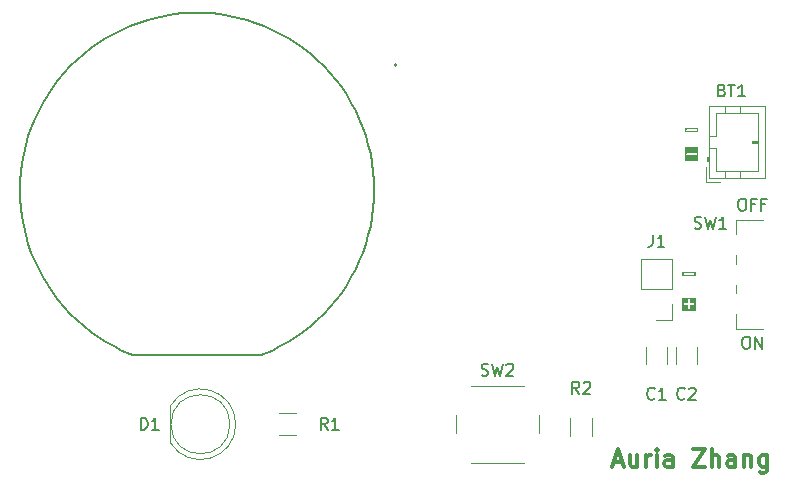
<source format=gbr>
%TF.GenerationSoftware,KiCad,Pcbnew,8.0.8*%
%TF.CreationDate,2025-02-27T22:43:43-08:00*%
%TF.ProjectId,display_pcb,64697370-6c61-4795-9f70-63622e6b6963,rev?*%
%TF.SameCoordinates,Original*%
%TF.FileFunction,Legend,Top*%
%TF.FilePolarity,Positive*%
%FSLAX46Y46*%
G04 Gerber Fmt 4.6, Leading zero omitted, Abs format (unit mm)*
G04 Created by KiCad (PCBNEW 8.0.8) date 2025-02-27 22:43:43*
%MOMM*%
%LPD*%
G01*
G04 APERTURE LIST*
%ADD10C,0.150000*%
%ADD11C,0.300000*%
%ADD12C,0.120000*%
%ADD13C,0.203200*%
%ADD14C,0.200000*%
G04 APERTURE END LIST*
D10*
X173032452Y-104992819D02*
X173222928Y-104992819D01*
X173222928Y-104992819D02*
X173318166Y-105040438D01*
X173318166Y-105040438D02*
X173413404Y-105135676D01*
X173413404Y-105135676D02*
X173461023Y-105326152D01*
X173461023Y-105326152D02*
X173461023Y-105659485D01*
X173461023Y-105659485D02*
X173413404Y-105849961D01*
X173413404Y-105849961D02*
X173318166Y-105945200D01*
X173318166Y-105945200D02*
X173222928Y-105992819D01*
X173222928Y-105992819D02*
X173032452Y-105992819D01*
X173032452Y-105992819D02*
X172937214Y-105945200D01*
X172937214Y-105945200D02*
X172841976Y-105849961D01*
X172841976Y-105849961D02*
X172794357Y-105659485D01*
X172794357Y-105659485D02*
X172794357Y-105326152D01*
X172794357Y-105326152D02*
X172841976Y-105135676D01*
X172841976Y-105135676D02*
X172937214Y-105040438D01*
X172937214Y-105040438D02*
X173032452Y-104992819D01*
X173889595Y-105992819D02*
X173889595Y-104992819D01*
X173889595Y-104992819D02*
X174461023Y-105992819D01*
X174461023Y-105992819D02*
X174461023Y-104992819D01*
G36*
X169062854Y-90088489D02*
G01*
X167931609Y-90088489D01*
X167931609Y-89508234D01*
X168042720Y-89508234D01*
X168042720Y-89537498D01*
X168053919Y-89564534D01*
X168074611Y-89585226D01*
X168101647Y-89596425D01*
X168116279Y-89597866D01*
X168422231Y-89597866D01*
X168422231Y-89903819D01*
X168423672Y-89918451D01*
X168434871Y-89945487D01*
X168455563Y-89966179D01*
X168482599Y-89977378D01*
X168511863Y-89977378D01*
X168538899Y-89966179D01*
X168559591Y-89945487D01*
X168570790Y-89918451D01*
X168572231Y-89903819D01*
X168572231Y-89597866D01*
X168878184Y-89597866D01*
X168892816Y-89596425D01*
X168919852Y-89585226D01*
X168940544Y-89564534D01*
X168951743Y-89537498D01*
X168951743Y-89508234D01*
X168940544Y-89481198D01*
X168919852Y-89460506D01*
X168892816Y-89449307D01*
X168878184Y-89447866D01*
X168572231Y-89447866D01*
X168572231Y-89141914D01*
X168570790Y-89127282D01*
X168559591Y-89100246D01*
X168538899Y-89079554D01*
X168511863Y-89068355D01*
X168482599Y-89068355D01*
X168455563Y-89079554D01*
X168434871Y-89100246D01*
X168423672Y-89127282D01*
X168422231Y-89141914D01*
X168422231Y-89447866D01*
X168116279Y-89447866D01*
X168101647Y-89449307D01*
X168074611Y-89460506D01*
X168053919Y-89481198D01*
X168042720Y-89508234D01*
X167931609Y-89508234D01*
X167931609Y-88957244D01*
X169062854Y-88957244D01*
X169062854Y-90088489D01*
G37*
X172699119Y-93308819D02*
X172889595Y-93308819D01*
X172889595Y-93308819D02*
X172984833Y-93356438D01*
X172984833Y-93356438D02*
X173080071Y-93451676D01*
X173080071Y-93451676D02*
X173127690Y-93642152D01*
X173127690Y-93642152D02*
X173127690Y-93975485D01*
X173127690Y-93975485D02*
X173080071Y-94165961D01*
X173080071Y-94165961D02*
X172984833Y-94261200D01*
X172984833Y-94261200D02*
X172889595Y-94308819D01*
X172889595Y-94308819D02*
X172699119Y-94308819D01*
X172699119Y-94308819D02*
X172603881Y-94261200D01*
X172603881Y-94261200D02*
X172508643Y-94165961D01*
X172508643Y-94165961D02*
X172461024Y-93975485D01*
X172461024Y-93975485D02*
X172461024Y-93642152D01*
X172461024Y-93642152D02*
X172508643Y-93451676D01*
X172508643Y-93451676D02*
X172603881Y-93356438D01*
X172603881Y-93356438D02*
X172699119Y-93308819D01*
X173889595Y-93785009D02*
X173556262Y-93785009D01*
X173556262Y-94308819D02*
X173556262Y-93308819D01*
X173556262Y-93308819D02*
X174032452Y-93308819D01*
X174746738Y-93785009D02*
X174413405Y-93785009D01*
X174413405Y-94308819D02*
X174413405Y-93308819D01*
X174413405Y-93308819D02*
X174889595Y-93308819D01*
G36*
X169062854Y-87676977D02*
G01*
X167931609Y-87676977D01*
X167931609Y-87476234D01*
X168042720Y-87476234D01*
X168042720Y-87505498D01*
X168053919Y-87532534D01*
X168074611Y-87553226D01*
X168101647Y-87564425D01*
X168116279Y-87565866D01*
X168878184Y-87565866D01*
X168892816Y-87564425D01*
X168919852Y-87553226D01*
X168940544Y-87532534D01*
X168951743Y-87505498D01*
X168951743Y-87476234D01*
X168940544Y-87449198D01*
X168919852Y-87428506D01*
X168892816Y-87417307D01*
X168878184Y-87415866D01*
X168116279Y-87415866D01*
X168101647Y-87417307D01*
X168074611Y-87428506D01*
X168053919Y-87449198D01*
X168042720Y-87476234D01*
X167931609Y-87476234D01*
X167931609Y-87304755D01*
X169062854Y-87304755D01*
X169062854Y-87676977D01*
G37*
G36*
X168838854Y-99878977D02*
G01*
X167707609Y-99878977D01*
X167707609Y-99678234D01*
X167818720Y-99678234D01*
X167818720Y-99707498D01*
X167829919Y-99734534D01*
X167850611Y-99755226D01*
X167877647Y-99766425D01*
X167892279Y-99767866D01*
X168654184Y-99767866D01*
X168668816Y-99766425D01*
X168695852Y-99755226D01*
X168716544Y-99734534D01*
X168727743Y-99707498D01*
X168727743Y-99678234D01*
X168716544Y-99651198D01*
X168695852Y-99630506D01*
X168668816Y-99619307D01*
X168654184Y-99617866D01*
X167892279Y-99617866D01*
X167877647Y-99619307D01*
X167850611Y-99630506D01*
X167829919Y-99651198D01*
X167818720Y-99678234D01*
X167707609Y-99678234D01*
X167707609Y-99506755D01*
X168838854Y-99506755D01*
X168838854Y-99878977D01*
G37*
D11*
X161912582Y-115568257D02*
X162626868Y-115568257D01*
X161769725Y-115996828D02*
X162269725Y-114496828D01*
X162269725Y-114496828D02*
X162769725Y-115996828D01*
X163912582Y-114996828D02*
X163912582Y-115996828D01*
X163269724Y-114996828D02*
X163269724Y-115782542D01*
X163269724Y-115782542D02*
X163341153Y-115925400D01*
X163341153Y-115925400D02*
X163484010Y-115996828D01*
X163484010Y-115996828D02*
X163698296Y-115996828D01*
X163698296Y-115996828D02*
X163841153Y-115925400D01*
X163841153Y-115925400D02*
X163912582Y-115853971D01*
X164626867Y-115996828D02*
X164626867Y-114996828D01*
X164626867Y-115282542D02*
X164698296Y-115139685D01*
X164698296Y-115139685D02*
X164769725Y-115068257D01*
X164769725Y-115068257D02*
X164912582Y-114996828D01*
X164912582Y-114996828D02*
X165055439Y-114996828D01*
X165555438Y-115996828D02*
X165555438Y-114996828D01*
X165555438Y-114496828D02*
X165484010Y-114568257D01*
X165484010Y-114568257D02*
X165555438Y-114639685D01*
X165555438Y-114639685D02*
X165626867Y-114568257D01*
X165626867Y-114568257D02*
X165555438Y-114496828D01*
X165555438Y-114496828D02*
X165555438Y-114639685D01*
X166912582Y-115996828D02*
X166912582Y-115211114D01*
X166912582Y-115211114D02*
X166841153Y-115068257D01*
X166841153Y-115068257D02*
X166698296Y-114996828D01*
X166698296Y-114996828D02*
X166412582Y-114996828D01*
X166412582Y-114996828D02*
X166269724Y-115068257D01*
X166912582Y-115925400D02*
X166769724Y-115996828D01*
X166769724Y-115996828D02*
X166412582Y-115996828D01*
X166412582Y-115996828D02*
X166269724Y-115925400D01*
X166269724Y-115925400D02*
X166198296Y-115782542D01*
X166198296Y-115782542D02*
X166198296Y-115639685D01*
X166198296Y-115639685D02*
X166269724Y-115496828D01*
X166269724Y-115496828D02*
X166412582Y-115425400D01*
X166412582Y-115425400D02*
X166769724Y-115425400D01*
X166769724Y-115425400D02*
X166912582Y-115353971D01*
X168626867Y-114496828D02*
X169626867Y-114496828D01*
X169626867Y-114496828D02*
X168626867Y-115996828D01*
X168626867Y-115996828D02*
X169626867Y-115996828D01*
X170198295Y-115996828D02*
X170198295Y-114496828D01*
X170841153Y-115996828D02*
X170841153Y-115211114D01*
X170841153Y-115211114D02*
X170769724Y-115068257D01*
X170769724Y-115068257D02*
X170626867Y-114996828D01*
X170626867Y-114996828D02*
X170412581Y-114996828D01*
X170412581Y-114996828D02*
X170269724Y-115068257D01*
X170269724Y-115068257D02*
X170198295Y-115139685D01*
X172198296Y-115996828D02*
X172198296Y-115211114D01*
X172198296Y-115211114D02*
X172126867Y-115068257D01*
X172126867Y-115068257D02*
X171984010Y-114996828D01*
X171984010Y-114996828D02*
X171698296Y-114996828D01*
X171698296Y-114996828D02*
X171555438Y-115068257D01*
X172198296Y-115925400D02*
X172055438Y-115996828D01*
X172055438Y-115996828D02*
X171698296Y-115996828D01*
X171698296Y-115996828D02*
X171555438Y-115925400D01*
X171555438Y-115925400D02*
X171484010Y-115782542D01*
X171484010Y-115782542D02*
X171484010Y-115639685D01*
X171484010Y-115639685D02*
X171555438Y-115496828D01*
X171555438Y-115496828D02*
X171698296Y-115425400D01*
X171698296Y-115425400D02*
X172055438Y-115425400D01*
X172055438Y-115425400D02*
X172198296Y-115353971D01*
X172912581Y-114996828D02*
X172912581Y-115996828D01*
X172912581Y-115139685D02*
X172984010Y-115068257D01*
X172984010Y-115068257D02*
X173126867Y-114996828D01*
X173126867Y-114996828D02*
X173341153Y-114996828D01*
X173341153Y-114996828D02*
X173484010Y-115068257D01*
X173484010Y-115068257D02*
X173555439Y-115211114D01*
X173555439Y-115211114D02*
X173555439Y-115996828D01*
X174912582Y-114996828D02*
X174912582Y-116211114D01*
X174912582Y-116211114D02*
X174841153Y-116353971D01*
X174841153Y-116353971D02*
X174769724Y-116425400D01*
X174769724Y-116425400D02*
X174626867Y-116496828D01*
X174626867Y-116496828D02*
X174412582Y-116496828D01*
X174412582Y-116496828D02*
X174269724Y-116425400D01*
X174912582Y-115925400D02*
X174769724Y-115996828D01*
X174769724Y-115996828D02*
X174484010Y-115996828D01*
X174484010Y-115996828D02*
X174341153Y-115925400D01*
X174341153Y-115925400D02*
X174269724Y-115853971D01*
X174269724Y-115853971D02*
X174198296Y-115711114D01*
X174198296Y-115711114D02*
X174198296Y-115282542D01*
X174198296Y-115282542D02*
X174269724Y-115139685D01*
X174269724Y-115139685D02*
X174341153Y-115068257D01*
X174341153Y-115068257D02*
X174484010Y-114996828D01*
X174484010Y-114996828D02*
X174769724Y-114996828D01*
X174769724Y-114996828D02*
X174912582Y-115068257D01*
D10*
G36*
X168838854Y-102798489D02*
G01*
X167707609Y-102798489D01*
X167707609Y-102218234D01*
X167818720Y-102218234D01*
X167818720Y-102247498D01*
X167829919Y-102274534D01*
X167850611Y-102295226D01*
X167877647Y-102306425D01*
X167892279Y-102307866D01*
X168198231Y-102307866D01*
X168198231Y-102613819D01*
X168199672Y-102628451D01*
X168210871Y-102655487D01*
X168231563Y-102676179D01*
X168258599Y-102687378D01*
X168287863Y-102687378D01*
X168314899Y-102676179D01*
X168335591Y-102655487D01*
X168346790Y-102628451D01*
X168348231Y-102613819D01*
X168348231Y-102307866D01*
X168654184Y-102307866D01*
X168668816Y-102306425D01*
X168695852Y-102295226D01*
X168716544Y-102274534D01*
X168727743Y-102247498D01*
X168727743Y-102218234D01*
X168716544Y-102191198D01*
X168695852Y-102170506D01*
X168668816Y-102159307D01*
X168654184Y-102157866D01*
X168348231Y-102157866D01*
X168348231Y-101851914D01*
X168346790Y-101837282D01*
X168335591Y-101810246D01*
X168314899Y-101789554D01*
X168287863Y-101778355D01*
X168258599Y-101778355D01*
X168231563Y-101789554D01*
X168210871Y-101810246D01*
X168199672Y-101837282D01*
X168198231Y-101851914D01*
X168198231Y-102157866D01*
X167892279Y-102157866D01*
X167877647Y-102159307D01*
X167850611Y-102170506D01*
X167829919Y-102191198D01*
X167818720Y-102218234D01*
X167707609Y-102218234D01*
X167707609Y-101667244D01*
X168838854Y-101667244D01*
X168838854Y-102798489D01*
G37*
X150728167Y-108231200D02*
X150871024Y-108278819D01*
X150871024Y-108278819D02*
X151109119Y-108278819D01*
X151109119Y-108278819D02*
X151204357Y-108231200D01*
X151204357Y-108231200D02*
X151251976Y-108183580D01*
X151251976Y-108183580D02*
X151299595Y-108088342D01*
X151299595Y-108088342D02*
X151299595Y-107993104D01*
X151299595Y-107993104D02*
X151251976Y-107897866D01*
X151251976Y-107897866D02*
X151204357Y-107850247D01*
X151204357Y-107850247D02*
X151109119Y-107802628D01*
X151109119Y-107802628D02*
X150918643Y-107755009D01*
X150918643Y-107755009D02*
X150823405Y-107707390D01*
X150823405Y-107707390D02*
X150775786Y-107659771D01*
X150775786Y-107659771D02*
X150728167Y-107564533D01*
X150728167Y-107564533D02*
X150728167Y-107469295D01*
X150728167Y-107469295D02*
X150775786Y-107374057D01*
X150775786Y-107374057D02*
X150823405Y-107326438D01*
X150823405Y-107326438D02*
X150918643Y-107278819D01*
X150918643Y-107278819D02*
X151156738Y-107278819D01*
X151156738Y-107278819D02*
X151299595Y-107326438D01*
X151632929Y-107278819D02*
X151871024Y-108278819D01*
X151871024Y-108278819D02*
X152061500Y-107564533D01*
X152061500Y-107564533D02*
X152251976Y-108278819D01*
X152251976Y-108278819D02*
X152490072Y-107278819D01*
X152823405Y-107374057D02*
X152871024Y-107326438D01*
X152871024Y-107326438D02*
X152966262Y-107278819D01*
X152966262Y-107278819D02*
X153204357Y-107278819D01*
X153204357Y-107278819D02*
X153299595Y-107326438D01*
X153299595Y-107326438D02*
X153347214Y-107374057D01*
X153347214Y-107374057D02*
X153394833Y-107469295D01*
X153394833Y-107469295D02*
X153394833Y-107564533D01*
X153394833Y-107564533D02*
X153347214Y-107707390D01*
X153347214Y-107707390D02*
X152775786Y-108278819D01*
X152775786Y-108278819D02*
X153394833Y-108278819D01*
X165356833Y-110215580D02*
X165309214Y-110263200D01*
X165309214Y-110263200D02*
X165166357Y-110310819D01*
X165166357Y-110310819D02*
X165071119Y-110310819D01*
X165071119Y-110310819D02*
X164928262Y-110263200D01*
X164928262Y-110263200D02*
X164833024Y-110167961D01*
X164833024Y-110167961D02*
X164785405Y-110072723D01*
X164785405Y-110072723D02*
X164737786Y-109882247D01*
X164737786Y-109882247D02*
X164737786Y-109739390D01*
X164737786Y-109739390D02*
X164785405Y-109548914D01*
X164785405Y-109548914D02*
X164833024Y-109453676D01*
X164833024Y-109453676D02*
X164928262Y-109358438D01*
X164928262Y-109358438D02*
X165071119Y-109310819D01*
X165071119Y-109310819D02*
X165166357Y-109310819D01*
X165166357Y-109310819D02*
X165309214Y-109358438D01*
X165309214Y-109358438D02*
X165356833Y-109406057D01*
X166309214Y-110310819D02*
X165737786Y-110310819D01*
X166023500Y-110310819D02*
X166023500Y-109310819D01*
X166023500Y-109310819D02*
X165928262Y-109453676D01*
X165928262Y-109453676D02*
X165833024Y-109548914D01*
X165833024Y-109548914D02*
X165737786Y-109596533D01*
X167896833Y-110215580D02*
X167849214Y-110263200D01*
X167849214Y-110263200D02*
X167706357Y-110310819D01*
X167706357Y-110310819D02*
X167611119Y-110310819D01*
X167611119Y-110310819D02*
X167468262Y-110263200D01*
X167468262Y-110263200D02*
X167373024Y-110167961D01*
X167373024Y-110167961D02*
X167325405Y-110072723D01*
X167325405Y-110072723D02*
X167277786Y-109882247D01*
X167277786Y-109882247D02*
X167277786Y-109739390D01*
X167277786Y-109739390D02*
X167325405Y-109548914D01*
X167325405Y-109548914D02*
X167373024Y-109453676D01*
X167373024Y-109453676D02*
X167468262Y-109358438D01*
X167468262Y-109358438D02*
X167611119Y-109310819D01*
X167611119Y-109310819D02*
X167706357Y-109310819D01*
X167706357Y-109310819D02*
X167849214Y-109358438D01*
X167849214Y-109358438D02*
X167896833Y-109406057D01*
X168277786Y-109406057D02*
X168325405Y-109358438D01*
X168325405Y-109358438D02*
X168420643Y-109310819D01*
X168420643Y-109310819D02*
X168658738Y-109310819D01*
X168658738Y-109310819D02*
X168753976Y-109358438D01*
X168753976Y-109358438D02*
X168801595Y-109406057D01*
X168801595Y-109406057D02*
X168849214Y-109501295D01*
X168849214Y-109501295D02*
X168849214Y-109596533D01*
X168849214Y-109596533D02*
X168801595Y-109739390D01*
X168801595Y-109739390D02*
X168230167Y-110310819D01*
X168230167Y-110310819D02*
X168849214Y-110310819D01*
X121859405Y-112850819D02*
X121859405Y-111850819D01*
X121859405Y-111850819D02*
X122097500Y-111850819D01*
X122097500Y-111850819D02*
X122240357Y-111898438D01*
X122240357Y-111898438D02*
X122335595Y-111993676D01*
X122335595Y-111993676D02*
X122383214Y-112088914D01*
X122383214Y-112088914D02*
X122430833Y-112279390D01*
X122430833Y-112279390D02*
X122430833Y-112422247D01*
X122430833Y-112422247D02*
X122383214Y-112612723D01*
X122383214Y-112612723D02*
X122335595Y-112707961D01*
X122335595Y-112707961D02*
X122240357Y-112803200D01*
X122240357Y-112803200D02*
X122097500Y-112850819D01*
X122097500Y-112850819D02*
X121859405Y-112850819D01*
X123383214Y-112850819D02*
X122811786Y-112850819D01*
X123097500Y-112850819D02*
X123097500Y-111850819D01*
X123097500Y-111850819D02*
X123002262Y-111993676D01*
X123002262Y-111993676D02*
X122907024Y-112088914D01*
X122907024Y-112088914D02*
X122811786Y-112136533D01*
X137670833Y-112850819D02*
X137337500Y-112374628D01*
X137099405Y-112850819D02*
X137099405Y-111850819D01*
X137099405Y-111850819D02*
X137480357Y-111850819D01*
X137480357Y-111850819D02*
X137575595Y-111898438D01*
X137575595Y-111898438D02*
X137623214Y-111946057D01*
X137623214Y-111946057D02*
X137670833Y-112041295D01*
X137670833Y-112041295D02*
X137670833Y-112184152D01*
X137670833Y-112184152D02*
X137623214Y-112279390D01*
X137623214Y-112279390D02*
X137575595Y-112327009D01*
X137575595Y-112327009D02*
X137480357Y-112374628D01*
X137480357Y-112374628D02*
X137099405Y-112374628D01*
X138623214Y-112850819D02*
X138051786Y-112850819D01*
X138337500Y-112850819D02*
X138337500Y-111850819D01*
X138337500Y-111850819D02*
X138242262Y-111993676D01*
X138242262Y-111993676D02*
X138147024Y-112088914D01*
X138147024Y-112088914D02*
X138051786Y-112136533D01*
X165190166Y-96351819D02*
X165190166Y-97066104D01*
X165190166Y-97066104D02*
X165142547Y-97208961D01*
X165142547Y-97208961D02*
X165047309Y-97304200D01*
X165047309Y-97304200D02*
X164904452Y-97351819D01*
X164904452Y-97351819D02*
X164809214Y-97351819D01*
X166190166Y-97351819D02*
X165618738Y-97351819D01*
X165904452Y-97351819D02*
X165904452Y-96351819D01*
X165904452Y-96351819D02*
X165809214Y-96494676D01*
X165809214Y-96494676D02*
X165713976Y-96589914D01*
X165713976Y-96589914D02*
X165618738Y-96637533D01*
X168762167Y-95785200D02*
X168905024Y-95832819D01*
X168905024Y-95832819D02*
X169143119Y-95832819D01*
X169143119Y-95832819D02*
X169238357Y-95785200D01*
X169238357Y-95785200D02*
X169285976Y-95737580D01*
X169285976Y-95737580D02*
X169333595Y-95642342D01*
X169333595Y-95642342D02*
X169333595Y-95547104D01*
X169333595Y-95547104D02*
X169285976Y-95451866D01*
X169285976Y-95451866D02*
X169238357Y-95404247D01*
X169238357Y-95404247D02*
X169143119Y-95356628D01*
X169143119Y-95356628D02*
X168952643Y-95309009D01*
X168952643Y-95309009D02*
X168857405Y-95261390D01*
X168857405Y-95261390D02*
X168809786Y-95213771D01*
X168809786Y-95213771D02*
X168762167Y-95118533D01*
X168762167Y-95118533D02*
X168762167Y-95023295D01*
X168762167Y-95023295D02*
X168809786Y-94928057D01*
X168809786Y-94928057D02*
X168857405Y-94880438D01*
X168857405Y-94880438D02*
X168952643Y-94832819D01*
X168952643Y-94832819D02*
X169190738Y-94832819D01*
X169190738Y-94832819D02*
X169333595Y-94880438D01*
X169666929Y-94832819D02*
X169905024Y-95832819D01*
X169905024Y-95832819D02*
X170095500Y-95118533D01*
X170095500Y-95118533D02*
X170285976Y-95832819D01*
X170285976Y-95832819D02*
X170524072Y-94832819D01*
X171428833Y-95832819D02*
X170857405Y-95832819D01*
X171143119Y-95832819D02*
X171143119Y-94832819D01*
X171143119Y-94832819D02*
X171047881Y-94975676D01*
X171047881Y-94975676D02*
X170952643Y-95070914D01*
X170952643Y-95070914D02*
X170857405Y-95118533D01*
X158976833Y-109802819D02*
X158643500Y-109326628D01*
X158405405Y-109802819D02*
X158405405Y-108802819D01*
X158405405Y-108802819D02*
X158786357Y-108802819D01*
X158786357Y-108802819D02*
X158881595Y-108850438D01*
X158881595Y-108850438D02*
X158929214Y-108898057D01*
X158929214Y-108898057D02*
X158976833Y-108993295D01*
X158976833Y-108993295D02*
X158976833Y-109136152D01*
X158976833Y-109136152D02*
X158929214Y-109231390D01*
X158929214Y-109231390D02*
X158881595Y-109279009D01*
X158881595Y-109279009D02*
X158786357Y-109326628D01*
X158786357Y-109326628D02*
X158405405Y-109326628D01*
X159357786Y-108898057D02*
X159405405Y-108850438D01*
X159405405Y-108850438D02*
X159500643Y-108802819D01*
X159500643Y-108802819D02*
X159738738Y-108802819D01*
X159738738Y-108802819D02*
X159833976Y-108850438D01*
X159833976Y-108850438D02*
X159881595Y-108898057D01*
X159881595Y-108898057D02*
X159929214Y-108993295D01*
X159929214Y-108993295D02*
X159929214Y-109088533D01*
X159929214Y-109088533D02*
X159881595Y-109231390D01*
X159881595Y-109231390D02*
X159310167Y-109802819D01*
X159310167Y-109802819D02*
X159929214Y-109802819D01*
X171057785Y-84123009D02*
X171200642Y-84170628D01*
X171200642Y-84170628D02*
X171248261Y-84218247D01*
X171248261Y-84218247D02*
X171295880Y-84313485D01*
X171295880Y-84313485D02*
X171295880Y-84456342D01*
X171295880Y-84456342D02*
X171248261Y-84551580D01*
X171248261Y-84551580D02*
X171200642Y-84599200D01*
X171200642Y-84599200D02*
X171105404Y-84646819D01*
X171105404Y-84646819D02*
X170724452Y-84646819D01*
X170724452Y-84646819D02*
X170724452Y-83646819D01*
X170724452Y-83646819D02*
X171057785Y-83646819D01*
X171057785Y-83646819D02*
X171153023Y-83694438D01*
X171153023Y-83694438D02*
X171200642Y-83742057D01*
X171200642Y-83742057D02*
X171248261Y-83837295D01*
X171248261Y-83837295D02*
X171248261Y-83932533D01*
X171248261Y-83932533D02*
X171200642Y-84027771D01*
X171200642Y-84027771D02*
X171153023Y-84075390D01*
X171153023Y-84075390D02*
X171057785Y-84123009D01*
X171057785Y-84123009D02*
X170724452Y-84123009D01*
X171581595Y-83646819D02*
X172153023Y-83646819D01*
X171867309Y-84646819D02*
X171867309Y-83646819D01*
X173010166Y-84646819D02*
X172438738Y-84646819D01*
X172724452Y-84646819D02*
X172724452Y-83646819D01*
X172724452Y-83646819D02*
X172629214Y-83789676D01*
X172629214Y-83789676D02*
X172533976Y-83884914D01*
X172533976Y-83884914D02*
X172438738Y-83932533D01*
D12*
%TO.C,SW2*%
X148561500Y-111646000D02*
X148561500Y-113146000D01*
X149811500Y-115646000D02*
X154311500Y-115646000D01*
X154311500Y-109146000D02*
X149811500Y-109146000D01*
X155561500Y-113146000D02*
X155561500Y-111646000D01*
%TO.C,C1*%
X164613500Y-105842748D02*
X164613500Y-107265252D01*
X166433500Y-105842748D02*
X166433500Y-107265252D01*
%TO.C,C2*%
X167153500Y-105842748D02*
X167153500Y-107265252D01*
X168973500Y-105842748D02*
X168973500Y-107265252D01*
%TO.C,D1*%
X124350500Y-110851000D02*
X124350500Y-113941000D01*
X124350500Y-110851170D02*
G75*
G02*
X129900500Y-112395952I2560000J-1544830D01*
G01*
X129900500Y-112396048D02*
G75*
G02*
X124350500Y-113940830I-2990000J48D01*
G01*
X129410500Y-112396000D02*
G75*
G02*
X124410500Y-112396000I-2500000J0D01*
G01*
X124410500Y-112396000D02*
G75*
G02*
X129410500Y-112396000I2500000J0D01*
G01*
%TO.C,R1*%
X135008564Y-111486000D02*
X133554436Y-111486000D01*
X135008564Y-113306000D02*
X133554436Y-113306000D01*
%TO.C,J1*%
X164193500Y-100966000D02*
X164193500Y-98366000D01*
X166853500Y-98366000D02*
X164193500Y-98366000D01*
X166853500Y-100966000D02*
X164193500Y-100966000D01*
X166853500Y-100966000D02*
X166853500Y-98366000D01*
X166853500Y-102236000D02*
X166853500Y-103566000D01*
X166853500Y-103566000D02*
X165523500Y-103566000D01*
D13*
%TO.C,M1*%
X127789132Y-77618737D02*
X128557475Y-77698160D01*
X129320711Y-77817031D01*
X130076816Y-77975034D01*
X130823785Y-78171752D01*
X131559636Y-78406662D01*
X132282418Y-78679140D01*
X132990216Y-78988466D01*
X133681151Y-79333818D01*
X134353392Y-79714281D01*
X135005156Y-80128845D01*
X135634714Y-80576411D01*
X136240398Y-81055793D01*
X136820600Y-81565720D01*
X137373783Y-82104838D01*
X137898479Y-82671718D01*
X138393297Y-83264858D01*
X138856925Y-83882684D01*
X139288133Y-84523557D01*
X139685779Y-85185779D01*
X140048806Y-85867593D01*
X140376254Y-86567191D01*
X140667252Y-87282719D01*
X140921031Y-88012278D01*
X141136916Y-88753933D01*
X141314335Y-89505719D01*
X141452818Y-90265641D01*
X141551998Y-91031685D01*
X141611611Y-91801819D01*
X141631500Y-92574000D01*
X141611611Y-93346181D01*
X141551998Y-94116315D01*
X141452818Y-94882359D01*
X141314335Y-95642281D01*
X141136916Y-96394067D01*
X140921031Y-97135722D01*
X140667252Y-97865281D01*
X140376254Y-98580809D01*
X140048806Y-99280407D01*
X139685779Y-99962221D01*
X139288133Y-100624443D01*
X138856925Y-101265316D01*
X138393297Y-101883142D01*
X137898479Y-102476282D01*
X137373783Y-103043162D01*
X136820600Y-103582280D01*
X136240398Y-104092207D01*
X135634714Y-104571589D01*
X135005156Y-105019155D01*
X134353392Y-105433719D01*
X133681151Y-105814182D01*
X132990216Y-106159534D01*
X132031500Y-106574000D01*
X131281500Y-106574000D01*
X130631500Y-106574000D01*
X129781500Y-106574000D01*
X128981500Y-106574000D01*
X128181500Y-106574000D01*
X127481500Y-106574000D01*
X126981500Y-106574000D01*
X126181500Y-106574000D01*
X125581500Y-106574000D01*
X124881500Y-106574000D01*
X124031500Y-106574000D01*
X123081500Y-106574000D01*
X122181500Y-106574000D01*
X121231500Y-106574000D01*
X120980582Y-106468860D01*
X120272784Y-106159534D01*
X119581849Y-105814182D01*
X118909608Y-105433719D01*
X118257844Y-105019155D01*
X117628286Y-104571589D01*
X117022602Y-104092207D01*
X116442400Y-103582280D01*
X115889217Y-103043162D01*
X115364521Y-102476282D01*
X114869703Y-101883142D01*
X114406075Y-101265316D01*
X113974867Y-100624443D01*
X113577221Y-99962221D01*
X113214194Y-99280407D01*
X112886746Y-98580809D01*
X112595748Y-97865281D01*
X112341969Y-97135722D01*
X112126084Y-96394067D01*
X111948665Y-95642281D01*
X111810182Y-94882359D01*
X111711002Y-94116315D01*
X111651389Y-93346181D01*
X111631500Y-92574000D01*
X111651389Y-91801819D01*
X111711002Y-91031685D01*
X111810182Y-90265641D01*
X111948665Y-89505719D01*
X112126084Y-88753933D01*
X112341969Y-88012278D01*
X112595748Y-87282719D01*
X112886746Y-86567191D01*
X113214194Y-85867593D01*
X113577221Y-85185779D01*
X113974867Y-84523557D01*
X114406075Y-83882684D01*
X114869703Y-83264858D01*
X115364521Y-82671718D01*
X115889217Y-82104838D01*
X116442400Y-81565720D01*
X117022602Y-81055793D01*
X117628286Y-80576411D01*
X118257844Y-80128845D01*
X118909608Y-79714281D01*
X119581849Y-79333818D01*
X120272784Y-78988466D01*
X120980582Y-78679140D01*
X121703364Y-78406662D01*
X122439215Y-78171752D01*
X123186184Y-77975034D01*
X123942289Y-77817031D01*
X124705525Y-77698160D01*
X125473868Y-77618737D01*
X126245281Y-77578973D01*
X127017719Y-77578973D01*
X127789132Y-77618737D01*
D12*
%TO.C,SW1*%
X172259500Y-95096000D02*
X174559500Y-95096000D01*
X172259500Y-96296000D02*
X172259500Y-95096000D01*
X172259500Y-98096000D02*
X172259500Y-98796000D01*
X172259500Y-100596000D02*
X172259500Y-101296000D01*
X172259500Y-104296000D02*
X172259500Y-103096000D01*
X174559500Y-104296000D02*
X172259500Y-104296000D01*
%TO.C,R2*%
X158233500Y-113365064D02*
X158233500Y-111910936D01*
X160053500Y-113365064D02*
X160053500Y-111910936D01*
%TO.C,BT1*%
X169691500Y-90620000D02*
X169691500Y-91870000D01*
X169691500Y-91870000D02*
X170941500Y-91870000D01*
X169791500Y-89810000D02*
X169791500Y-90110000D01*
X169791500Y-90110000D02*
X169991500Y-90110000D01*
X169891500Y-89810000D02*
X169891500Y-90110000D01*
X169991500Y-85450000D02*
X169991500Y-91570000D01*
X169991500Y-89010000D02*
X170601500Y-89010000D01*
X169991500Y-89810000D02*
X169791500Y-89810000D01*
X169991500Y-91570000D02*
X174711500Y-91570000D01*
X170601500Y-86060000D02*
X170601500Y-88010000D01*
X170601500Y-88010000D02*
X169991500Y-88010000D01*
X170601500Y-89010000D02*
X170601500Y-90960000D01*
X170601500Y-90960000D02*
X174101500Y-90960000D01*
X171301500Y-85450000D02*
X171301500Y-86060000D01*
X171301500Y-91570000D02*
X171301500Y-90960000D01*
X172601500Y-85450000D02*
X172601500Y-86060000D01*
X172601500Y-91570000D02*
X172601500Y-90960000D01*
X173601500Y-88410000D02*
X174101500Y-88410000D01*
X173601500Y-88610000D02*
X173601500Y-88410000D01*
X174101500Y-86060000D02*
X170601500Y-86060000D01*
X174101500Y-88510000D02*
X173601500Y-88510000D01*
X174101500Y-88610000D02*
X173601500Y-88610000D01*
X174101500Y-90960000D02*
X174101500Y-86060000D01*
X174711500Y-85450000D02*
X169991500Y-85450000D01*
X174711500Y-91570000D02*
X174711500Y-85450000D01*
D14*
%TO.C,U1*%
X143537500Y-81979000D02*
G75*
G02*
X143337500Y-81979000I-100000J0D01*
G01*
X143337500Y-81979000D02*
G75*
G02*
X143537500Y-81979000I100000J0D01*
G01*
%TD*%
M02*

</source>
